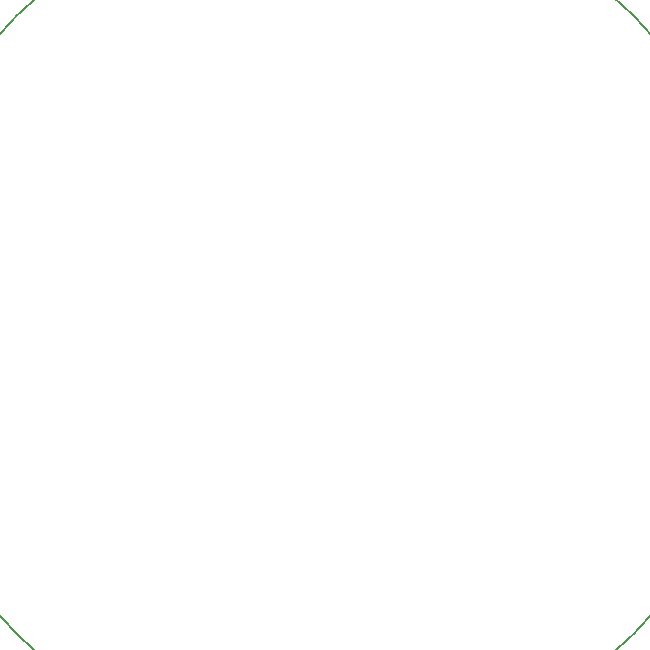
<source format=gko>
G04 DipTrace 2.4.0.2*
%INlaunchcam.GKO*%
%MOIN*%
%ADD11C,0.0055*%
%FSLAX44Y44*%
G04*
G70*
G90*
G75*
G01*
%LNBoardOutline*%
%LPD*%
X8201Y8201D2*
D11*
G03X28792Y28792I10295J10295D01*
G01*
G03X8201Y8201I-10295J-10295D01*
G01*
M02*

</source>
